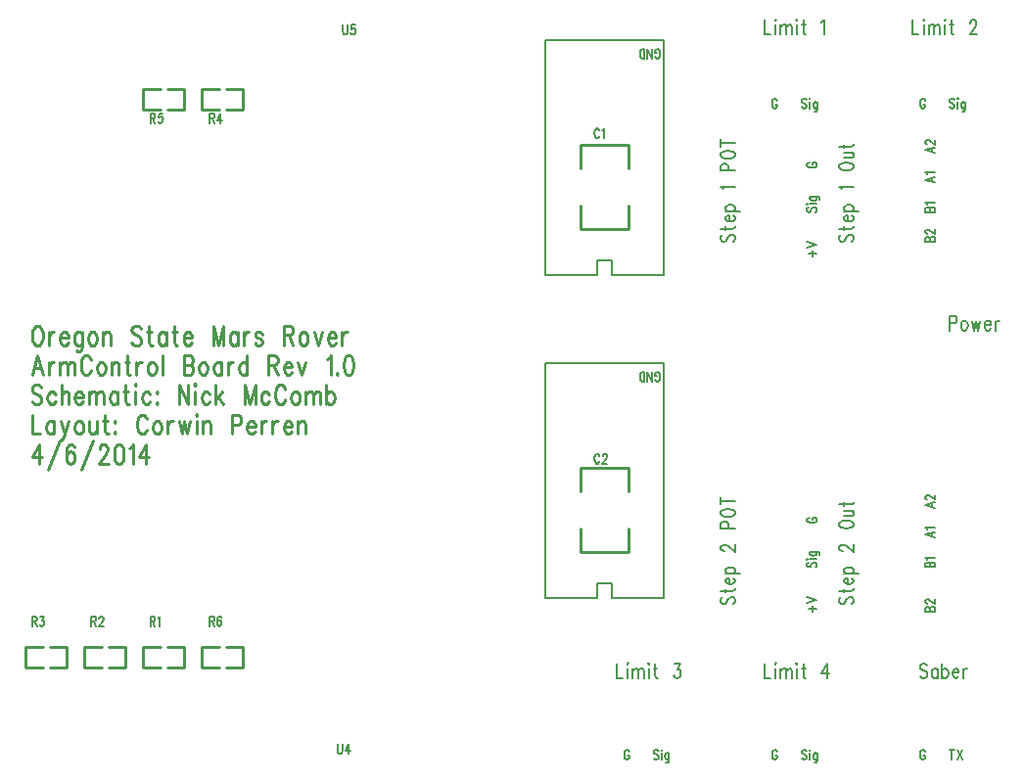
<source format=gto>
*
*
G04 PADS 9.3.1 Build Number: 456998 generated Gerber (RS-274-X) file*
G04 PC Version=2.1*
*
%IN "ArmControl.pcb"*%
*
%MOIN*%
*
%FSLAX35Y35*%
*
*
*
*
G04 PC Standard Apertures*
*
*
G04 Thermal Relief Aperture macro.*
%AMTER*
1,1,$1,0,0*
1,0,$1-$2,0,0*
21,0,$3,$4,0,0,45*
21,0,$3,$4,0,0,135*
%
*
*
G04 Annular Aperture macro.*
%AMANN*
1,1,$1,0,0*
1,0,$2,0,0*
%
*
*
G04 Odd Aperture macro.*
%AMODD*
1,1,$1,0,0*
1,0,$1-0.005,0,0*
%
*
*
G04 PC Custom Aperture Macros*
*
*
*
*
*
*
G04 PC Aperture Table*
*
%ADD010C,0.001*%
%ADD011C,0.01*%
%ADD012C,0.005*%
%ADD033C,0.006*%
%ADD040C,0.00787*%
*
*
*
*
G04 PC Circuitry*
G04 Layer Name ArmControl.pcb - circuitry*
%LPD*%
*
*
G04 PC Custom Flashes*
G04 Layer Name ArmControl.pcb - flashes*
%LPD*%
*
*
G04 PC Circuitry*
G04 Layer Name ArmControl.pcb - circuitry*
%LPD*%
*
G54D10*
G54D11*
G01X58800Y43500D02*
X53000D01*
Y36500*
X58800*
X61200Y43500D02*
X67000D01*
Y36500*
X61200*
X38800Y43500D02*
X33000D01*
Y36500*
X38800*
X41200Y43500D02*
X47000D01*
Y36500*
X41200*
X18800Y43500D02*
X13000D01*
Y36500*
X18800*
X21200Y43500D02*
X27000D01*
Y36500*
X21200*
X201750Y193750D02*
Y185700D01*
X218250*
Y193750*
X201750Y206250D02*
Y214300D01*
X218250*
Y206250*
X81200Y226500D02*
X87000D01*
Y233500*
X81200*
X78800Y226500D02*
X73000D01*
Y233500*
X78800*
X58800D02*
X53000D01*
Y226500*
X58800*
X61200Y233500D02*
X67000D01*
Y226500*
X61200*
X201750Y83750D02*
Y75700D01*
X218250*
Y83750*
X201750Y96250D02*
Y104300D01*
X218250*
Y96250*
X78800Y43500D02*
X73000D01*
Y36500*
X78800*
X81200Y43500D02*
X87000D01*
Y36500*
X81200*
X16482Y152704D02*
X16027Y152392D01*
X15573Y151767*
X15345Y151142*
X15118Y150204*
Y148642*
X15345Y147704*
X15573Y147079*
X16027Y146454*
X16482Y146142*
X17391*
X17845Y146454*
X18300Y147079*
X18527Y147704*
X18754Y148642*
Y150204*
X18527Y151142*
X18300Y151767*
X17845Y152392*
X17391Y152704*
X16482*
X20800Y150517D02*
Y146142D01*
Y148642D02*
X21027Y149579D01*
X21482Y150204*
X21936Y150517*
X22618*
X24664Y148642D02*
X27391D01*
Y149267*
X27164Y149892*
X26936Y150204*
X26482Y150517*
X25800*
X25345Y150204*
X24891Y149579*
X24664Y148642*
Y148017*
X24891Y147079*
X25345Y146454*
X25800Y146142*
X26482*
X26936Y146454*
X27391Y147079*
X32164Y150517D02*
Y145517D01*
X31936Y144579*
X31709Y144267*
X31254Y143954*
X30573*
X30118Y144267*
X32164Y149579D02*
X31709Y150204D01*
X31254Y150517*
X30573*
X30118Y150204*
X29664Y149579*
X29436Y148642*
Y148017*
X29664Y147079*
X30118Y146454*
X30573Y146142*
X31254*
X31709Y146454*
X32164Y147079*
X35345Y150517D02*
X34891Y150204D01*
X34436Y149579*
X34209Y148642*
Y148017*
X34436Y147079*
X34891Y146454*
X35345Y146142*
X36027*
X36482Y146454*
X36936Y147079*
X37164Y148017*
Y148642*
X36936Y149579*
X36482Y150204*
X36027Y150517*
X35345*
X39209D02*
Y146142D01*
Y149267D02*
X39891Y150204D01*
X40345Y150517*
X41027*
X41482Y150204*
X41709Y149267*
Y146142*
X52164Y151767D02*
X51709Y152392D01*
X51027Y152704*
X50118*
X49436Y152392*
X48982Y151767*
Y151142*
X49209Y150517*
X49436Y150204*
X49891Y149892*
X51254Y149267*
X51709Y148954*
X51936Y148642*
X52164Y148017*
Y147079*
X51709Y146454*
X51027Y146142*
X50118*
X49436Y146454*
X48982Y147079*
X54891Y152704D02*
Y147392D01*
X55118Y146454*
X55573Y146142*
X56027*
X54209Y150517D02*
X55800D01*
X60800D02*
Y146142D01*
Y149579D02*
X60345Y150204D01*
X59891Y150517*
X59209*
X58754Y150204*
X58300Y149579*
X58073Y148642*
Y148017*
X58300Y147079*
X58754Y146454*
X59209Y146142*
X59891*
X60345Y146454*
X60800Y147079*
X63527Y152704D02*
Y147392D01*
X63754Y146454*
X64209Y146142*
X64664*
X62845Y150517D02*
X64436D01*
X66709Y148642D02*
X69436D01*
Y149267*
X69209Y149892*
X68982Y150204*
X68527Y150517*
X67845*
X67391Y150204*
X66936Y149579*
X66709Y148642*
Y148017*
X66936Y147079*
X67391Y146454*
X67845Y146142*
X68527*
X68982Y146454*
X69436Y147079*
X76709Y152704D02*
Y146142D01*
Y152704D02*
X78527Y146142D01*
X80345Y152704D02*
X78527Y146142D01*
X80345Y152704D02*
Y146142D01*
X85118Y150517D02*
Y146142D01*
Y149579D02*
X84664Y150204D01*
X84209Y150517*
X83527*
X83073Y150204*
X82618Y149579*
X82391Y148642*
Y148017*
X82618Y147079*
X83073Y146454*
X83527Y146142*
X84209*
X84664Y146454*
X85118Y147079*
X87164Y150517D02*
Y146142D01*
Y148642D02*
X87391Y149579D01*
X87845Y150204*
X88300Y150517*
X88982*
X93527Y149579D02*
X93300Y150204D01*
X92618Y150517*
X91936*
X91254Y150204*
X91027Y149579*
X91254Y148954*
X91709Y148642*
X92845Y148329*
X93300Y148017*
X93527Y147392*
Y147079*
X93300Y146454*
X92618Y146142*
X91936*
X91254Y146454*
X91027Y147079*
X100800Y152704D02*
Y146142D01*
Y152704D02*
X102845D01*
X103527Y152392*
X103754Y152079*
X103982Y151454*
Y150829*
X103754Y150204*
X103527Y149892*
X102845Y149579*
X100800*
X102391D02*
X103982Y146142D01*
X107164Y150517D02*
X106709Y150204D01*
X106254Y149579*
X106027Y148642*
Y148017*
X106254Y147079*
X106709Y146454*
X107164Y146142*
X107845*
X108300Y146454*
X108754Y147079*
X108982Y148017*
Y148642*
X108754Y149579*
X108300Y150204*
X107845Y150517*
X107164*
X111027D02*
X112391Y146142D01*
X113754Y150517D02*
X112391Y146142D01*
X115800Y148642D02*
X118527D01*
Y149267*
X118300Y149892*
X118073Y150204*
X117618Y150517*
X116936*
X116482Y150204*
X116027Y149579*
X115800Y148642*
Y148017*
X116027Y147079*
X116482Y146454*
X116936Y146142*
X117618*
X118073Y146454*
X118527Y147079*
X120573Y150517D02*
Y146142D01*
Y148642D02*
X120800Y149579D01*
X121254Y150204*
X121709Y150517*
X122391*
X16936Y142625D02*
X15118Y136063D01*
X16936Y142625D02*
X18754Y136063D01*
X15800Y138250D02*
X18073D01*
X20800Y140438D02*
Y136063D01*
Y138563D02*
X21027Y139500D01*
X21482Y140125*
X21936Y140438*
X22618*
X24664D02*
Y136063D01*
Y139188D02*
X25345Y140125D01*
X25800Y140438*
X26482*
X26936Y140125*
X27164Y139188*
Y136063*
Y139188D02*
X27845Y140125D01*
X28300Y140438*
X28982*
X29436Y140125*
X29664Y139188*
Y136063*
X35118Y141063D02*
X34891Y141688D01*
X34436Y142313*
X33982Y142625*
X33073*
X32618Y142313*
X32164Y141688*
X31936Y141063*
X31709Y140125*
Y138563*
X31936Y137625*
X32164Y137000*
X32618Y136375*
X33073Y136063*
X33982*
X34436Y136375*
X34891Y137000*
X35118Y137625*
X38300Y140438D02*
X37845Y140125D01*
X37391Y139500*
X37164Y138563*
Y137938*
X37391Y137000*
X37845Y136375*
X38300Y136063*
X38982*
X39436Y136375*
X39891Y137000*
X40118Y137938*
Y138563*
X39891Y139500*
X39436Y140125*
X38982Y140438*
X38300*
X42164D02*
Y136063D01*
Y139188D02*
X42845Y140125D01*
X43300Y140438*
X43982*
X44436Y140125*
X44664Y139188*
Y136063*
X47391Y142625D02*
Y137313D01*
X47618Y136375*
X48073Y136063*
X48527*
X46709Y140438D02*
X48300D01*
X50573D02*
Y136063D01*
Y138563D02*
X50800Y139500D01*
X51254Y140125*
X51709Y140438*
X52391*
X55573D02*
X55118Y140125D01*
X54664Y139500*
X54436Y138563*
Y137938*
X54664Y137000*
X55118Y136375*
X55573Y136063*
X56254*
X56709Y136375*
X57164Y137000*
X57391Y137938*
Y138563*
X57164Y139500*
X56709Y140125*
X56254Y140438*
X55573*
X59436Y142625D02*
Y136063D01*
X66709Y142625D02*
Y136063D01*
Y142625D02*
X68754D01*
X69436Y142313*
X69664Y142000*
X69891Y141375*
Y140750*
X69664Y140125*
X69436Y139813*
X68754Y139500*
X66709D02*
X68754D01*
X69436Y139188*
X69664Y138875*
X69891Y138250*
Y137313*
X69664Y136688*
X69436Y136375*
X68754Y136063*
X66709*
X73073Y140438D02*
X72618Y140125D01*
X72164Y139500*
X71936Y138563*
Y137938*
X72164Y137000*
X72618Y136375*
X73073Y136063*
X73754*
X74209Y136375*
X74664Y137000*
X74891Y137938*
Y138563*
X74664Y139500*
X74209Y140125*
X73754Y140438*
X73073*
X79664D02*
Y136063D01*
Y139500D02*
X79209Y140125D01*
X78754Y140438*
X78073*
X77618Y140125*
X77164Y139500*
X76936Y138563*
Y137938*
X77164Y137000*
X77618Y136375*
X78073Y136063*
X78754*
X79209Y136375*
X79664Y137000*
X81709Y140438D02*
Y136063D01*
Y138563D02*
X81936Y139500D01*
X82391Y140125*
X82845Y140438*
X83527*
X88300Y142625D02*
Y136063D01*
Y139500D02*
X87845Y140125D01*
X87391Y140438*
X86709*
X86254Y140125*
X85800Y139500*
X85573Y138563*
Y137938*
X85800Y137000*
X86254Y136375*
X86709Y136063*
X87391*
X87845Y136375*
X88300Y137000*
X95573Y142625D02*
Y136063D01*
Y142625D02*
X97618D01*
X98300Y142313*
X98527Y142000*
X98754Y141375*
Y140750*
X98527Y140125*
X98300Y139813*
X97618Y139500*
X95573*
X97164D02*
X98754Y136063D01*
X100800Y138563D02*
X103527D01*
Y139188*
X103300Y139813*
X103073Y140125*
X102618Y140438*
X101936*
X101482Y140125*
X101027Y139500*
X100800Y138563*
Y137938*
X101027Y137000*
X101482Y136375*
X101936Y136063*
X102618*
X103073Y136375*
X103527Y137000*
X105573Y140438D02*
X106936Y136063D01*
X108300Y140438D02*
X106936Y136063D01*
X115573Y141375D02*
X116027Y141688D01*
X116709Y142625*
Y136063*
X118982Y136688D02*
X118754Y136375D01*
X118982Y136063*
X119209Y136375*
X118982Y136688*
X122618Y142625D02*
X121936Y142313D01*
X121482Y141375*
X121254Y139813*
Y138875*
X121482Y137313*
X121936Y136375*
X122618Y136063*
X123073*
X123754Y136375*
X124209Y137313*
X124436Y138875*
Y139813*
X124209Y141375*
X123754Y142313*
X123073Y142625*
X122618*
X18300Y131609D02*
X17845Y132234D01*
X17164Y132547*
X16254*
X15573Y132234*
X15118Y131609*
Y130984*
X15345Y130359*
X15573Y130047*
X16027Y129734*
X17391Y129109*
X17845Y128797*
X18073Y128484*
X18300Y127859*
Y126922*
X17845Y126297*
X17164Y125984*
X16254*
X15573Y126297*
X15118Y126922*
X23073Y129422D02*
X22618Y130047D01*
X22164Y130359*
X21482*
X21027Y130047*
X20573Y129422*
X20345Y128484*
Y127859*
X20573Y126922*
X21027Y126297*
X21482Y125984*
X22164*
X22618Y126297*
X23073Y126922*
X25118Y132547D02*
Y125984D01*
Y129109D02*
X25800Y130047D01*
X26254Y130359*
X26936*
X27391Y130047*
X27618Y129109*
Y125984*
X29664Y128484D02*
X32391D01*
Y129109*
X32164Y129734*
X31936Y130047*
X31482Y130359*
X30800*
X30345Y130047*
X29891Y129422*
X29664Y128484*
Y127859*
X29891Y126922*
X30345Y126297*
X30800Y125984*
X31482*
X31936Y126297*
X32391Y126922*
X34436Y130359D02*
Y125984D01*
Y129109D02*
X35118Y130047D01*
X35573Y130359*
X36254*
X36709Y130047*
X36936Y129109*
Y125984*
Y129109D02*
X37618Y130047D01*
X38073Y130359*
X38754*
X39209Y130047*
X39436Y129109*
Y125984*
X44209Y130359D02*
Y125984D01*
Y129422D02*
X43754Y130047D01*
X43300Y130359*
X42618*
X42164Y130047*
X41709Y129422*
X41482Y128484*
Y127859*
X41709Y126922*
X42164Y126297*
X42618Y125984*
X43300*
X43754Y126297*
X44209Y126922*
X46936Y132547D02*
Y127234D01*
X47164Y126297*
X47618Y125984*
X48073*
X46254Y130359D02*
X47845D01*
X50118Y132547D02*
X50345Y132234D01*
X50573Y132547*
X50345Y132859*
X50118Y132547*
X50345Y130359D02*
Y125984D01*
X55345Y129422D02*
X54891Y130047D01*
X54436Y130359*
X53754*
X53300Y130047*
X52845Y129422*
X52618Y128484*
Y127859*
X52845Y126922*
X53300Y126297*
X53754Y125984*
X54436*
X54891Y126297*
X55345Y126922*
X57618Y130359D02*
X57391Y130047D01*
X57618Y129734*
X57845Y130047*
X57618Y130359*
Y126609D02*
X57391Y126297D01*
X57618Y125984*
X57845Y126297*
X57618Y126609*
X65118Y132547D02*
Y125984D01*
Y132547D02*
X68300Y125984D01*
Y132547D02*
Y125984D01*
X70345Y132547D02*
X70573Y132234D01*
X70800Y132547*
X70573Y132859*
X70345Y132547*
X70573Y130359D02*
Y125984D01*
X75573Y129422D02*
X75118Y130047D01*
X74664Y130359*
X73982*
X73527Y130047*
X73073Y129422*
X72845Y128484*
Y127859*
X73073Y126922*
X73527Y126297*
X73982Y125984*
X74664*
X75118Y126297*
X75573Y126922*
X77618Y132547D02*
Y125984D01*
X79891Y130359D02*
X77618Y127234D01*
X78527Y128484D02*
X80118Y125984D01*
X87391Y132547D02*
Y125984D01*
Y132547D02*
X89209Y125984D01*
X91027Y132547D02*
X89209Y125984D01*
X91027Y132547D02*
Y125984D01*
X95800Y129422D02*
X95345Y130047D01*
X94891Y130359*
X94209*
X93754Y130047*
X93300Y129422*
X93073Y128484*
Y127859*
X93300Y126922*
X93754Y126297*
X94209Y125984*
X94891*
X95345Y126297*
X95800Y126922*
X101254Y130984D02*
X101027Y131609D01*
X100573Y132234*
X100118Y132547*
X99209*
X98754Y132234*
X98300Y131609*
X98073Y130984*
X97845Y130047*
Y128484*
X98073Y127547*
X98300Y126922*
X98754Y126297*
X99209Y125984*
X100118*
X100573Y126297*
X101027Y126922*
X101254Y127547*
X104436Y130359D02*
X103982Y130047D01*
X103527Y129422*
X103300Y128484*
Y127859*
X103527Y126922*
X103982Y126297*
X104436Y125984*
X105118*
X105573Y126297*
X106027Y126922*
X106254Y127859*
Y128484*
X106027Y129422*
X105573Y130047*
X105118Y130359*
X104436*
X108300D02*
Y125984D01*
Y129109D02*
X108982Y130047D01*
X109436Y130359*
X110118*
X110573Y130047*
X110800Y129109*
Y125984*
Y129109D02*
X111482Y130047D01*
X111936Y130359*
X112618*
X113073Y130047*
X113300Y129109*
Y125984*
X115345Y132547D02*
Y125984D01*
Y129422D02*
X115800Y130047D01*
X116254Y130359*
X116936*
X117391Y130047*
X117845Y129422*
X118073Y128484*
Y127859*
X117845Y126922*
X117391Y126297*
X116936Y125984*
X116254*
X115800Y126297*
X115345Y126922*
X15118Y122468D02*
Y115906D01*
X17845*
X22618Y120281D02*
Y115906D01*
Y119343D02*
X22164Y119968D01*
X21709Y120281*
X21027*
X20573Y119968*
X20118Y119343*
X19891Y118406*
Y117781*
X20118Y116843*
X20573Y116218*
X21027Y115906*
X21709*
X22164Y116218*
X22618Y116843*
X24891Y120281D02*
X26254Y115906D01*
X27618Y120281D02*
X26254Y115906D01*
X25800Y114656*
X25345Y114031*
X24891Y113718*
X24664*
X30800Y120281D02*
X30345Y119968D01*
X29891Y119343*
X29664Y118406*
Y117781*
X29891Y116843*
X30345Y116218*
X30800Y115906*
X31482*
X31936Y116218*
X32391Y116843*
X32618Y117781*
Y118406*
X32391Y119343*
X31936Y119968*
X31482Y120281*
X30800*
X34664D02*
Y117156D01*
X34891Y116218*
X35345Y115906*
X36027*
X36482Y116218*
X37164Y117156*
Y120281D02*
Y115906D01*
X39891Y122468D02*
Y117156D01*
X40118Y116218*
X40573Y115906*
X41027*
X39209Y120281D02*
X40800D01*
X43300D02*
X43073Y119968D01*
X43300Y119656*
X43527Y119968*
X43300Y120281*
Y116531D02*
X43073Y116218D01*
X43300Y115906*
X43527Y116218*
X43300Y116531*
X54209Y120906D02*
X53982Y121531D01*
X53527Y122156*
X53073Y122468*
X52164*
X51709Y122156*
X51254Y121531*
X51027Y120906*
X50800Y119968*
Y118406*
X51027Y117468*
X51254Y116843*
X51709Y116218*
X52164Y115906*
X53073*
X53527Y116218*
X53982Y116843*
X54209Y117468*
X57391Y120281D02*
X56936Y119968D01*
X56482Y119343*
X56254Y118406*
Y117781*
X56482Y116843*
X56936Y116218*
X57391Y115906*
X58073*
X58527Y116218*
X58982Y116843*
X59209Y117781*
Y118406*
X58982Y119343*
X58527Y119968*
X58073Y120281*
X57391*
X61254D02*
Y115906D01*
Y118406D02*
X61482Y119343D01*
X61936Y119968*
X62391Y120281*
X63073*
X65118D02*
X66027Y115906D01*
X66936Y120281D02*
X66027Y115906D01*
X66936Y120281D02*
X67845Y115906D01*
X68754Y120281D02*
X67845Y115906D01*
X70800Y122468D02*
X71027Y122156D01*
X71254Y122468*
X71027Y122781*
X70800Y122468*
X71027Y120281D02*
Y115906D01*
X73300Y120281D02*
Y115906D01*
Y119031D02*
X73982Y119968D01*
X74436Y120281*
X75118*
X75573Y119968*
X75800Y119031*
Y115906*
X83073Y122468D02*
Y115906D01*
Y122468D02*
X85118D01*
X85800Y122156*
X86027Y121843*
X86254Y121218*
Y120281*
X86027Y119656*
X85800Y119343*
X85118Y119031*
X83073*
X88300Y118406D02*
X91027D01*
Y119031*
X90800Y119656*
X90573Y119968*
X90118Y120281*
X89436*
X88982Y119968*
X88527Y119343*
X88300Y118406*
Y117781*
X88527Y116843*
X88982Y116218*
X89436Y115906*
X90118*
X90573Y116218*
X91027Y116843*
X93073Y120281D02*
Y115906D01*
Y118406D02*
X93300Y119343D01*
X93754Y119968*
X94209Y120281*
X94891*
X96936D02*
Y115906D01*
Y118406D02*
X97164Y119343D01*
X97618Y119968*
X98073Y120281*
X98754*
X100800Y118406D02*
X103527D01*
Y119031*
X103300Y119656*
X103073Y119968*
X102618Y120281*
X101936*
X101482Y119968*
X101027Y119343*
X100800Y118406*
Y117781*
X101027Y116843*
X101482Y116218*
X101936Y115906*
X102618*
X103073Y116218*
X103527Y116843*
X105573Y120281D02*
Y115906D01*
Y119031D02*
X106254Y119968D01*
X106709Y120281*
X107391*
X107845Y119968*
X108073Y119031*
Y115906*
X17391Y112389D02*
X15118Y108014D01*
X18527*
X17391Y112389D02*
Y105827D01*
X24664Y113639D02*
X20573Y103639D01*
X29436Y111452D02*
X29209Y112077D01*
X28527Y112389*
X28073*
X27391Y112077*
X26936Y111139*
X26709Y109577*
Y108014*
X26936Y106764*
X27391Y106139*
X28073Y105827*
X28300*
X28982Y106139*
X29436Y106764*
X29664Y107702*
Y108014*
X29436Y108952*
X28982Y109577*
X28300Y109889*
X28073*
X27391Y109577*
X26936Y108952*
X26709Y108014*
X35800Y113639D02*
X31709Y103639D01*
X38073Y110827D02*
Y111139D01*
X38300Y111764*
X38527Y112077*
X38982Y112389*
X39891*
X40345Y112077*
X40573Y111764*
X40800Y111139*
Y110514*
X40573Y109889*
X40118Y108952*
X37845Y105827*
X41027*
X44436Y112389D02*
X43754Y112077D01*
X43300Y111139*
X43073Y109577*
Y108639*
X43300Y107077*
X43754Y106139*
X44436Y105827*
X44891*
X45573Y106139*
X46027Y107077*
X46254Y108639*
Y109577*
X46027Y111139*
X45573Y112077*
X44891Y112389*
X44436*
X48300Y111139D02*
X48754Y111452D01*
X49436Y112389*
Y105827*
X53754Y112389D02*
X51482Y108014D01*
X54891*
X53754Y112389D02*
Y105827D01*
G54D12*
X227295Y244500D02*
X227409Y244187D01*
X227409D02*
X227636Y243875D01*
X227864Y243719*
X228318*
X228545Y243875*
X228773Y244187*
X228773D02*
X228886Y244500D01*
X229000Y244969*
Y245750*
X228886Y246219*
X228773Y246531*
X228545Y246844*
X228318Y247000*
X227864*
X227636Y246844*
X227409Y246531*
X227295Y246219*
Y245750*
X227864D02*
X227295D01*
X226273Y243719D02*
Y247000D01*
Y243719D02*
X224682Y247000D01*
Y243719D02*
Y247000D01*
X223659Y243719D02*
Y247000D01*
Y243719D02*
X222864D01*
X222523Y243875*
X222295Y244187*
X222295D02*
X222182Y244500D01*
X222068Y244969*
Y245750*
X222182Y246219*
X222295Y246531*
X222523Y246844*
X222864Y247000*
X223659*
X227295Y134500D02*
X227409Y134187D01*
X227409D02*
X227636Y133875D01*
X227864Y133719*
X228318*
X228545Y133875*
X228773Y134187*
X228773D02*
X228886Y134500D01*
X229000Y134969*
Y135750*
X228886Y136219*
X228773Y136531*
X228545Y136844*
X228318Y137000*
X227864*
X227636Y136844*
X227409Y136531*
X227295Y136219*
Y135750*
X227864D02*
X227295D01*
X226273Y133719D02*
Y137000D01*
Y133719D02*
X224682Y137000D01*
Y133719D02*
Y137000D01*
X223659Y133719D02*
Y137000D01*
Y133719D02*
X222864D01*
X222523Y133875*
X222295Y134187*
X222295D02*
X222182Y134500D01*
X222068Y134969*
Y135750*
X222182Y136219*
X222295Y136531*
X222523Y136844*
X222864Y137000*
X223659*
X119130Y10277D02*
Y7934D01*
X119244Y7465*
X119471Y7152*
X119812Y6996*
X120039*
X120380Y7152*
X120607Y7465*
X120721Y7934*
Y10277*
X122880D02*
X121744Y8090D01*
X123448*
X122880Y10277D02*
Y6996D01*
X120945Y255250D02*
Y252906D01*
X121059Y252437*
X121286Y252125*
X121627Y251969*
X121854*
X122195Y252125*
X122422Y252437*
X122536Y252906*
Y255250*
X125036D02*
X123899D01*
X123786Y253844*
X123899Y254000*
X124240Y254156*
X124581*
X124922Y254000*
X125149Y253687*
X125263Y253219*
X125149Y252906*
X125036Y252437*
X124809Y252125*
X124468Y251969*
X124127*
X123786Y252125*
X123672Y252281*
X123559Y252594*
X55433Y53675D02*
Y50394D01*
Y53675D02*
X56456D01*
X56797Y53519*
X56910Y53362*
X57024Y53050*
Y52737*
X56910Y52425*
X56797Y52269*
X56456Y52112*
X55433*
X56229D02*
X57024Y50394D01*
X58047Y53050D02*
X58274Y53206D01*
X58615Y53675*
Y50394*
X35276Y53675D02*
Y50394D01*
Y53675D02*
X36298D01*
X36639Y53519*
X36753Y53362*
X36866Y53050*
X36866D02*
Y52737D01*
X36866D02*
X36753Y52425D01*
X36639Y52269*
X36298Y52112*
X35276*
X36071D02*
X36866Y50394D01*
X38003Y52894D02*
Y53050D01*
X38116Y53362*
X38116D02*
X38230Y53519D01*
X38457Y53675*
X38912*
X39139Y53519*
X39253Y53362*
X39366Y53050*
X39366D02*
Y52737D01*
X39366D02*
X39253Y52425D01*
X39026Y51956*
X37889Y50394*
X39480*
X15118Y53675D02*
Y50394D01*
Y53675D02*
X16141D01*
X16482Y53519*
X16595Y53362*
X16709Y53050*
Y52737*
X16595Y52425*
X16482Y52269*
X16141Y52112*
X15118*
X15914D02*
X16709Y50394D01*
X17959Y53675D02*
X19209D01*
X18527Y52425*
X18868*
X19095Y52269*
X19209Y52112*
X19323Y51644*
Y51331*
X19209Y50862*
X18982Y50550*
X18641Y50394*
X18300*
X17959Y50550*
X17845Y50706*
X17732Y51019*
X208319Y219193D02*
X208205Y219505D01*
X207978Y219818*
X207751Y219974*
X207296*
X207069Y219818*
X206841Y219505*
X206728Y219193*
X206614Y218724*
Y217943*
X206728Y217474*
X206841Y217162*
X207069Y216849*
X207296Y216693*
X207751*
X207978Y216849*
X208205Y217162*
X208319Y217474*
X209341Y219349D02*
X209569Y219505D01*
X209910Y219974*
Y216693*
X75591Y225014D02*
Y221732D01*
Y225014D02*
X76613D01*
X76954Y224857*
X77068Y224701*
X77181Y224389*
Y224076*
X77068Y223764*
X76954Y223607*
X76613Y223451*
X75591*
X76386D02*
X77181Y221732D01*
X79341Y225014D02*
X78204Y222826D01*
X79909*
X79341Y225014D02*
Y221732D01*
X55433Y225014D02*
Y221732D01*
Y225014D02*
X56456D01*
X56797Y224857*
X56910Y224701*
X57024Y224389*
Y224076*
X56910Y223764*
X56797Y223607*
X56456Y223451*
X55433*
X56229D02*
X57024Y221732D01*
X59524Y225014D02*
X58388D01*
X58274Y223607*
X58388Y223764*
X58729Y223920*
X59069*
X59410Y223764*
X59638Y223451*
X59751Y222982*
X59638Y222670*
X59524Y222201*
X59297Y221889*
X58956Y221732*
X58615*
X58274Y221889*
X58160Y222045*
X58047Y222357*
X208319Y108327D02*
X208205Y108639D01*
X207978Y108952*
X207751Y109108*
X207296*
X207069Y108952*
X206841Y108639*
X206728Y108327*
X206614Y107858*
Y107077*
X206728Y106608*
X206841Y106296*
X207069Y105983*
X207296Y105827*
X207751*
X207978Y105983*
X208205Y106296*
X208319Y106608*
X209455Y108327D02*
Y108483D01*
X209569Y108796*
X209682Y108952*
X209910Y109108*
X210364*
X210591Y108952*
X210705Y108796*
X210819Y108483*
Y108171*
X210705Y107858*
X210478Y107389*
X209341Y105827*
X210932*
X75591Y53675D02*
Y50394D01*
Y53675D02*
X76613D01*
X76954Y53519*
X77068Y53362*
X77181Y53050*
Y52737*
X77068Y52425*
X76954Y52269*
X76613Y52112*
X75591*
X76386D02*
X77181Y50394D01*
X79568Y53206D02*
X79454Y53519D01*
X79113Y53675*
X78886*
X78545Y53519*
X78318Y53050*
X78204Y52269*
Y51487*
X78318Y50862*
X78545Y50550*
X78886Y50394*
X79000*
X79341Y50550*
X79568Y50862*
X79681Y51331*
Y51487*
X79568Y51956*
X79341Y52269*
X79000Y52425*
X78886*
X78545Y52269*
X78318Y51956*
X78204Y51487*
X279705Y87374D02*
X279392Y87260D01*
X279080Y87033*
X278923Y86806*
Y86351*
X279080Y86124*
X279392Y85897*
X279705Y85783*
X280173Y85669*
X280955*
X281423Y85783*
X281736Y85897*
X282048Y86124*
X282205Y86351*
Y86806*
X282048Y87033*
X281736Y87260*
X281423Y87374*
X280955*
Y86806D02*
Y87374D01*
X279705Y208319D02*
X279392Y208205D01*
X279080Y207978*
X278923Y207751*
Y207296*
X279080Y207069*
X279392Y206841*
X279705Y206728*
X280173Y206614*
X280955*
X281423Y206728*
X281736Y206841*
X282048Y207069*
X282205Y207296*
Y207751*
X282048Y207978*
X281736Y208205*
X281423Y208319*
X280955*
Y207751D02*
Y208319D01*
X268791Y229272D02*
X268678Y229584D01*
X268450Y229897*
X268223Y230053*
X267768*
X267541Y229897*
X267314Y229584*
X267200Y229272*
X267087Y228803*
Y228022*
X267200Y227553*
X267314Y227240*
X267541Y226928*
X267768Y226772*
X268223*
X268450Y226928*
X268678Y227240*
X268791Y227553*
Y228022*
X268223D02*
X268791D01*
X319185Y229272D02*
X319071Y229584D01*
X318844Y229897*
X318617Y230053*
X318162*
X317935Y229897*
X317708Y229584*
X317594Y229272*
X317480Y228803*
Y228022*
X317594Y227553*
X317708Y227240*
X317935Y226928*
X318162Y226772*
X318617*
X318844Y226928*
X319071Y227240*
X319185Y227553*
Y228022*
X318617D02*
X319185D01*
X218397Y7539D02*
X218284Y7852D01*
X218057Y8164*
X217829Y8321*
X217375*
X217147Y8164*
X216920Y7852*
X216807Y7539*
X216693Y7071*
Y6289*
X216807Y5821*
X216920Y5508*
X217147Y5196*
X217375Y5039*
X217829*
X218057Y5196*
X218284Y5508*
X218397Y5821*
Y6289*
X217829D02*
X218397D01*
X268791Y7539D02*
X268678Y7852D01*
X268450Y8164*
X268223Y8321*
X267768*
X267541Y8164*
X267314Y7852*
X267200Y7539*
X267087Y7071*
Y6289*
X267200Y5821*
X267314Y5508*
X267541Y5196*
X267768Y5039*
X268223*
X268450Y5196*
X268678Y5508*
X268791Y5821*
Y6289*
X268223D02*
X268791D01*
X319185Y7539D02*
X319071Y7852D01*
X318844Y8164*
X318617Y8321*
X318162*
X317935Y8164*
X317708Y7852*
X317594Y7539*
X317480Y7071*
Y6289*
X317594Y5821*
X317708Y5508*
X317935Y5196*
X318162Y5039*
X318617*
X318844Y5196*
X319071Y5508*
X319185Y5821*
Y6289*
X318617D02*
X319185D01*
X228363Y7852D02*
X228135Y8164D01*
X227794Y8321*
X227340*
X226999Y8164*
X226772Y7852*
Y7539*
X226885Y7227*
X226999Y7071*
X227226Y6914*
X227908Y6602*
X228135Y6446*
X228249Y6289*
X228363Y5977*
Y5508*
X228135Y5196*
X227794Y5039*
X227340*
X226999Y5196*
X226772Y5508*
X229385Y8321D02*
X229499Y8164D01*
X229613Y8321*
X229499Y8477*
X229385Y8321*
X229499Y7227D02*
Y5039D01*
X231999Y7227D02*
Y4727D01*
X231885Y4258*
X231772Y4102*
X231544Y3946*
X231203*
X230976Y4102*
X231999Y6758D02*
X231772Y7071D01*
X231544Y7227*
X231203*
X230976Y7071*
X230749Y6758*
X230635Y6289*
Y5977*
X230749Y5508*
X230976Y5196*
X231203Y5039*
X231544*
X231772Y5196*
X231999Y5508*
X278756Y7852D02*
X278529Y8164D01*
X278188Y8321*
X277734*
X277393Y8164*
X277165Y7852*
Y7539*
X277279Y7227*
X277393Y7071*
X277620Y6914*
X278302Y6602*
X278529Y6446*
X278643Y6289*
X278756Y5977*
Y5508*
X278529Y5196*
X278188Y5039*
X277734*
X277393Y5196*
X277165Y5508*
X279779Y8321D02*
X279893Y8164D01*
X280006Y8321*
X279893Y8477*
X279779Y8321*
X279893Y7227D02*
Y5039D01*
X282393Y7227D02*
Y4727D01*
X282279Y4258*
X282165Y4102*
X281938Y3946*
X281597*
X281370Y4102*
X282393Y6758D02*
X282165Y7071D01*
X281938Y7227*
X281597*
X281370Y7071*
X281143Y6758*
X281029Y6289*
Y5977*
X281143Y5508*
X281370Y5196*
X281597Y5039*
X281938*
X282165Y5196*
X282393Y5508*
X328355Y8321D02*
Y5039D01*
X327559Y8321D02*
X329150D01*
X330173D02*
X331764Y5039D01*
Y8321D02*
X330173Y5039D01*
X279392Y72142D02*
X279080Y71915D01*
X278923Y71574*
Y71119*
X279080Y70778*
X279392Y70551*
X279705*
X280017Y70665*
X280173Y70778*
X280330Y71006*
X280642Y71688*
X280798Y71915*
X280955Y72028*
X281267Y72142*
X281736*
X282048Y71915*
X282205Y71574*
Y71119*
X282048Y70778*
X281736Y70551*
X278923Y73165D02*
X279080Y73278D01*
X278923Y73392*
X278767Y73278*
X278923Y73165*
X280017Y73278D02*
X282205D01*
X280017Y75778D02*
X282517D01*
X282986Y75665*
X283142Y75551*
X283298Y75324*
Y74983*
X283142Y74756*
X280486Y75778D02*
X280173Y75551D01*
X280017Y75324*
Y74983*
X280173Y74756*
X280486Y74528*
X280955Y74415*
X281267*
X281736Y74528*
X282048Y74756*
X282205Y74983*
Y75324*
X282048Y75551*
X281736Y75778*
X279392Y193087D02*
X279080Y192860D01*
X278923Y192519*
Y192064*
X279080Y191723*
X279392Y191496*
X279705*
X280017Y191610*
X280173Y191723*
X280330Y191951*
X280642Y192632*
X280798Y192860*
X280955Y192973*
X281267Y193087*
X281736*
X282048Y192860*
X282205Y192519*
Y192064*
X282048Y191723*
X281736Y191496*
X278923Y194110D02*
X279080Y194223D01*
X278923Y194337*
X278767Y194223*
X278923Y194110*
X280017Y194223D02*
X282205D01*
X280017Y196723D02*
X282517D01*
X282986Y196610*
X283142Y196496*
X283298Y196269*
Y195928*
X283142Y195701*
X280486Y196723D02*
X280173Y196496D01*
X280017Y196269*
Y195928*
X280173Y195701*
X280486Y195473*
X280955Y195360*
X281267*
X281736Y195473*
X282048Y195701*
X282205Y195928*
Y196269*
X282048Y196496*
X281736Y196723*
X278756Y229584D02*
X278529Y229897D01*
X278188Y230053*
X277734*
X277393Y229897*
X277165Y229584*
Y229272*
X277279Y228959*
X277393Y228803*
X277620Y228647*
X278302Y228334*
X278529Y228178*
X278643Y228022*
X278756Y227709*
Y227240*
X278529Y226928*
X278188Y226772*
X277734*
X277393Y226928*
X277165Y227240*
X279779Y230053D02*
X279893Y229897D01*
X280006Y230053*
X279893Y230209*
X279779Y230053*
X279893Y228959D02*
Y226772D01*
X282393Y228959D02*
Y226459D01*
X282279Y225990*
X282165Y225834*
X281938Y225678*
X281597*
X281370Y225834*
X282393Y228490D02*
X282165Y228803D01*
X281938Y228959*
X281597*
X281370Y228803*
X281143Y228490*
X281029Y228022*
Y227709*
X281143Y227240*
X281370Y226928*
X281597Y226772*
X281938*
X282165Y226928*
X282393Y227240*
X329150Y229584D02*
X328923Y229897D01*
X328582Y230053*
X328127*
X327786Y229897*
X327559Y229584*
Y229272*
X327673Y228959*
X327786Y228803*
X328014Y228647*
X328695Y228334*
X328923Y228178*
X329036Y228022*
X329150Y227709*
Y227240*
X328923Y226928*
X328582Y226772*
X328127*
X327786Y226928*
X327559Y227240*
X330173Y230053D02*
X330286Y229897D01*
X330400Y230053*
X330286Y230209*
X330173Y230053*
X330286Y228959D02*
Y226772D01*
X332786Y228959D02*
Y226459D01*
X332673Y225990*
X332559Y225834*
X332332Y225678*
X331991*
X331764Y225834*
X332786Y228490D02*
X332559Y228803D01*
X332332Y228959*
X331991*
X331764Y228803*
X331536Y228490*
X331423Y228022*
Y227709*
X331536Y227240*
X331764Y226928*
X331991Y226772*
X332332*
X332559Y226928*
X332786Y227240*
X279392Y177401D02*
X282205D01*
X280798Y176378D02*
Y178423D01*
X278923Y179446D02*
X282205Y180355D01*
X278923Y181264D02*
X282205Y180355D01*
X279392Y56456D02*
X282205D01*
X280798Y55433D02*
Y57479D01*
X278923Y58501D02*
X282205Y59410D01*
X278923Y60319D02*
X282205Y59410D01*
X319238Y55433D02*
X322520D01*
X319238D02*
Y56456D01*
X319395Y56797*
X319551Y56910*
X319863Y57024*
X320176*
X320488Y56910*
X320645Y56797*
X320801Y56456*
Y55433D02*
Y56456D01*
X320957Y56797*
X321113Y56910*
X321426Y57024*
X321895*
X322207Y56910*
X322363Y56797*
X322520Y56456*
Y55433*
X320020Y58160D02*
X319863D01*
X319551Y58274*
X319395Y58388*
X319238Y58615*
Y59069*
X319395Y59297*
X319551Y59410*
X319863Y59524*
X320176*
X320488Y59410*
X320957Y59183*
X322520Y58047*
Y59638*
X319238Y181417D02*
X322520D01*
X319238D02*
Y182440D01*
X319395Y182781*
X319551Y182895*
X319863Y183008*
X320176*
X320488Y182895*
X320645Y182781*
X320801Y182440*
Y181417D02*
Y182440D01*
X320957Y182781*
X321113Y182895*
X321426Y183008*
X321895*
X322207Y182895*
X322363Y182781*
X322520Y182440*
Y181417*
X320020Y184145D02*
X319863D01*
X319551Y184258*
X319395Y184372*
X319238Y184599*
Y185054*
X319395Y185281*
X319551Y185395*
X319863Y185508*
X320176*
X320488Y185395*
X320957Y185167*
X322520Y184031*
Y185622*
X319238Y70551D02*
X322520D01*
X319238D02*
Y71574D01*
X319395Y71915*
X319551Y72028*
X319863Y72142*
X320176*
X320488Y72028*
X320645Y71915*
X320801Y71574*
Y70551D02*
Y71574D01*
X320957Y71915*
X321113Y72028*
X321426Y72142*
X321895*
X322207Y72028*
X322363Y71915*
X322520Y71574*
Y70551*
X319863Y73165D02*
X319707Y73392D01*
X319238Y73733*
X322520*
X319238Y191496D02*
X322520D01*
X319238D02*
Y192519D01*
X319395Y192860*
X319551Y192973*
X319863Y193087*
X320176*
X320488Y192973*
X320645Y192860*
X320801Y192519*
Y191496D02*
Y192519D01*
X320957Y192860*
X321113Y192973*
X321426Y193087*
X321895*
X322207Y192973*
X322363Y192860*
X322520Y192519*
Y191496*
X319863Y194110D02*
X319707Y194337D01*
X319238Y194678*
X322520*
X319238Y81539D02*
X322520Y80630D01*
X319238Y81539D02*
X322520Y82448D01*
X321426Y80971D02*
Y82107D01*
X319863Y83471D02*
X319707Y83698D01*
X319238Y84039*
X322520*
X319238Y202484D02*
X322520Y201575D01*
X319238Y202484D02*
X322520Y203393D01*
X321426Y201916D02*
Y203052D01*
X319863Y204416D02*
X319707Y204643D01*
X319238Y204984*
X322520*
X319238Y91618D02*
X322520Y90709D01*
X319238Y91618D02*
X322520Y92527D01*
X321426Y91050D02*
Y92186D01*
X320020Y93663D02*
X319863D01*
X319551Y93777*
X319395Y93890*
X319238Y94118*
Y94572*
X319395Y94800*
X319551Y94913*
X319863Y95027*
X320176*
X320488Y94913*
X320957Y94686*
X322520Y93550*
Y95140*
X319238Y212563D02*
X322520Y211654D01*
X319238Y212563D02*
X322520Y213472D01*
X321426Y211994D02*
Y213131D01*
X320020Y214608D02*
X319863D01*
X319551Y214722*
X319395Y214835*
X319238Y215063*
Y215517*
X319395Y215744*
X319551Y215858*
X319863Y215972*
X320176*
X320488Y215858*
X320957Y215631*
X322520Y214494*
Y216085*
G54D33*
X319867Y36975D02*
X319526Y37443D01*
X319014Y37678*
X318333*
X317821Y37443*
X317480Y36975*
Y36506*
X317651Y36037*
X317821Y35803*
X318162Y35568*
X319185Y35100*
X319526Y34865*
X319696Y34631*
X319867Y34162*
Y33459*
X319526Y32990*
X319014Y32756*
X318333*
X317821Y32990*
X317480Y33459*
X323446Y36037D02*
Y32756D01*
Y35334D02*
X323105Y35803D01*
X322764Y36037*
X322253*
X321912Y35803*
X321571Y35334*
X321401Y34631*
Y34162*
X321571Y33459*
X321912Y32990*
X322253Y32756*
X322764*
X323105Y32990*
X323446Y33459*
X324980Y37678D02*
Y32756D01*
Y35334D02*
X325321Y35803D01*
X325662Y36037*
X326173*
X326514Y35803*
X326855Y35334*
X327026Y34631*
Y34162*
X326855Y33459*
X326514Y32990*
X326173Y32756*
X325662*
X325321Y32990*
X324980Y33459*
X328560Y34631D02*
X330605D01*
Y35100*
X330435Y35568*
X330264Y35803*
X329923Y36037*
X329412*
X329071Y35803*
X328730Y35334*
X328560Y34631*
Y34162*
X328730Y33459*
X329071Y32990*
X329412Y32756*
X329923*
X330264Y32990*
X330605Y33459*
X332139Y36037D02*
Y32756D01*
Y34631D02*
X332310Y35334D01*
X332651Y35803*
X332992Y36037*
X333503*
X264567Y37678D02*
Y32756D01*
X266612*
X268146Y37678D02*
X268317Y37443D01*
X268487Y37678*
X268317Y37912*
X268146Y37678*
X268317Y36037D02*
Y32756D01*
X270021Y36037D02*
Y32756D01*
Y35100D02*
X270533Y35803D01*
X270874Y36037*
X271385*
X271726Y35803*
X271896Y35100*
Y32756*
Y35100D02*
X272408Y35803D01*
X272749Y36037*
X273260*
X273601Y35803*
X273771Y35100*
Y32756*
X275306Y37678D02*
X275476Y37443D01*
X275646Y37678*
X275476Y37912*
X275306Y37678*
X275476Y36037D02*
Y32756D01*
X277692Y37678D02*
Y33693D01*
X277862Y32990*
X278203Y32756*
X278544*
X277181Y36037D02*
X278374D01*
X285703Y37678D02*
X283999Y34397D01*
X286556*
X285703Y37678D02*
Y32756D01*
X214173Y37678D02*
Y32756D01*
X216219*
X217753Y37678D02*
X217923Y37443D01*
X218094Y37678*
X217923Y37912*
X217753Y37678*
X217923Y36037D02*
Y32756D01*
X219628Y36037D02*
Y32756D01*
Y35100D02*
X220139Y35803D01*
X220480Y36037*
X220991*
X221332Y35803*
X221503Y35100*
Y32756*
Y35100D02*
X222014Y35803D01*
X222355Y36037*
X222866*
X223207Y35803*
X223378Y35100*
Y32756*
X224912Y37678D02*
X225082Y37443D01*
X225253Y37678*
X225082Y37912*
X224912Y37678*
X225082Y36037D02*
Y32756D01*
X227298Y37678D02*
Y33693D01*
X227469Y32990*
X227810Y32756*
X228151*
X226787Y36037D02*
X227980D01*
X233946Y37678D02*
X235821D01*
X234798Y35803*
X235310*
X235651Y35568*
X235651D02*
X235821Y35334D01*
X235991Y34631*
Y34162*
X235821Y33459*
X235480Y32990*
X234969Y32756*
X234457*
X233946Y32990*
X233776Y33225*
X233776D02*
X233605Y33693D01*
X327559Y156103D02*
Y151181D01*
Y156103D02*
X329093D01*
X329605Y155869*
X329775Y155634*
X329945Y155165*
Y154462*
X329775Y153994*
X329605Y153759*
X329093Y153525*
X327559*
X332332Y154462D02*
X331991Y154228D01*
X331650Y153759*
X331480Y153056*
Y152587*
X331650Y151884*
X331991Y151415*
X332332Y151181*
X332843*
X333184Y151415*
X333525Y151884*
X333695Y152587*
Y153056*
X333525Y153759*
X333184Y154228*
X332843Y154462*
X332332*
X335230D02*
X335911Y151181D01*
X336593Y154462D02*
X335911Y151181D01*
X336593Y154462D02*
X337275Y151181D01*
X337957Y154462D02*
X337275Y151181D01*
X339491Y153056D02*
X341536D01*
Y153525*
X341366Y153994*
X341195Y154228*
X340855Y154462*
X340343*
X340002Y154228*
X339661Y153759*
X339491Y153056*
Y152587*
X339661Y151884*
X340002Y151415*
X340343Y151181*
X340855*
X341195Y151415*
X341536Y151884*
X343070Y154462D02*
Y151181D01*
Y153056D02*
X343241Y153759D01*
X343582Y154228*
X343923Y154462*
X344434*
X290584Y183804D02*
X290116Y183463D01*
X289881Y182951*
Y182270*
X290116Y181758*
X290584Y181417*
X291053*
X291522Y181588*
X291756Y181758*
X291991Y182099*
X292459Y183122*
X292694Y183463*
X292928Y183633*
X293397Y183804*
X294100*
X294569Y183463*
X294803Y182951*
Y182270*
X294569Y181758*
X294100Y181417*
X289881Y185849D02*
X293866D01*
X294569Y186020*
X294803Y186361*
Y186701*
X291522Y185338D02*
Y186531D01*
X292928Y188236D02*
Y190281D01*
X292459*
X291991Y190111*
X291756Y189940*
X291522Y189599*
Y189088*
X291756Y188747*
X292225Y188406*
X292928Y188236*
X293397*
X294100Y188406*
X294569Y188747*
X294803Y189088*
Y189599*
X294569Y189940*
X294100Y190281*
X291522Y191815D02*
X296444D01*
X292225D02*
X291756Y192156D01*
X291522Y192497*
Y193008*
X291756Y193349*
X292225Y193690*
X292928Y193861*
X293397*
X294100Y193690*
X294569Y193349*
X294803Y193008*
Y192497*
X294569Y192156*
X294100Y191815*
X290819Y199315D02*
X290584Y199656D01*
X289881Y200167*
X294803*
X289881Y206645D02*
X290116Y206304D01*
X290584Y205963*
X291053Y205792*
X291756Y205622*
X292928*
X293631Y205792*
X294100Y205963*
X294569Y206304*
X294803Y206645*
Y207326*
X294569Y207667*
X294100Y208008*
X293631Y208179*
X292928Y208349*
X291756*
X291053Y208179*
X290584Y208008*
X290116Y207667*
X289881Y207326*
Y206645*
X291522Y209883D02*
X293866D01*
X294569Y210054*
X294803Y210395*
Y210906*
X294569Y211247*
X293866Y211758*
X291522D02*
X294803D01*
X289881Y213804D02*
X293866D01*
X294569Y213974*
X294803Y214315*
Y214656*
X291522Y213292D02*
Y214486D01*
X290584Y60339D02*
X290116Y59998D01*
X289881Y59487*
Y58805*
X290116Y58294*
X290584Y57953*
X291053*
X291522Y58123*
X291756Y58294*
X291991Y58635*
X292459Y59657*
X292694Y59998*
X292928Y60169*
X293397Y60339*
X294100*
X294569Y59998*
X294803Y59487*
Y58805*
X294569Y58294*
X294100Y57953*
X289881Y62385D02*
X293866D01*
X294569Y62555*
X294803Y62896*
Y63237*
X291522Y61873D02*
Y63066D01*
X292928Y64771D02*
Y66816D01*
X292459*
X291991Y66646*
X291756Y66475*
X291522Y66135*
Y65623*
X291756Y65282*
X292225Y64941*
X292928Y64771*
X293397*
X294100Y64941*
X294569Y65282*
X294803Y65623*
Y66135*
X294569Y66475*
X294100Y66816*
X291522Y68350D02*
X296444D01*
X292225D02*
X291756Y68691D01*
X291522Y69032*
Y69544*
X291756Y69885*
X292225Y70225*
X292928Y70396*
X293397*
X294100Y70225*
X294569Y69885*
X294803Y69544*
Y69032*
X294569Y68691*
X294100Y68350*
X291053Y76021D02*
X290819D01*
X290350Y76191*
X290116Y76362*
X289881Y76703*
Y77385*
X290116Y77725*
X290350Y77896*
X290819Y78066*
X291288*
X291756Y77896*
X292459Y77555*
X294803Y75850*
Y78237*
X289881Y84714D02*
X290116Y84373D01*
X290584Y84032*
X291053Y83862*
X291756Y83691*
X292928*
X293631Y83862*
X294100Y84032*
X294569Y84373*
X294803Y84714*
Y85396*
X294569Y85737*
X294100Y86078*
X293631Y86248*
X292928Y86419*
X291756*
X291053Y86248*
X290584Y86078*
X290116Y85737*
X289881Y85396*
Y84714*
X291522Y87953D02*
X293866D01*
X294569Y88123*
X294803Y88464*
Y88975*
X294569Y89316*
X293866Y89828*
X291522D02*
X294803D01*
X289881Y91873D02*
X293866D01*
X294569Y92044*
X294803Y92385*
Y92725*
X291522Y91362D02*
Y92555D01*
X250269Y60339D02*
X249801Y59998D01*
X249566Y59487*
Y58805*
X249801Y58294*
X250269Y57953*
X250738*
X251207Y58123*
X251441Y58294*
X251676Y58635*
X252144Y59657*
X252379Y59998*
X252613Y60169*
X253082Y60339*
X253785*
X254254Y59998*
X254488Y59487*
Y58805*
X254254Y58294*
X253785Y57953*
X249566Y62385D02*
X253551D01*
X254254Y62555*
X254488Y62896*
Y63237*
X251207Y61873D02*
Y63066D01*
X252613Y64771D02*
Y66816D01*
X252144*
X251676Y66646*
X251441Y66475*
X251207Y66135*
Y65623*
X251441Y65282*
X251910Y64941*
X252613Y64771*
X253082*
X253785Y64941*
X254254Y65282*
X254488Y65623*
Y66135*
X254254Y66475*
X253785Y66816*
X251207Y68350D02*
X256129D01*
X251910D02*
X251441Y68691D01*
X251207Y69032*
Y69544*
X251441Y69885*
X251910Y70225*
X252613Y70396*
X253082*
X253785Y70225*
X254254Y69885*
X254488Y69544*
Y69032*
X254254Y68691*
X253785Y68350*
X250738Y76021D02*
X250504D01*
X250035Y76191*
X249801Y76362*
X249566Y76703*
Y77385*
X249801Y77725*
X250035Y77896*
X250504Y78066*
X250973*
X251441Y77896*
X252144Y77555*
X254488Y75850*
Y78237*
X249566Y83691D02*
X254488D01*
X249566D02*
Y85225D01*
X249801Y85737*
X250035Y85907*
X250504Y86078*
X251207*
X251676Y85907*
X251910Y85737*
X252144Y85225*
Y83691*
X249566Y88635D02*
X249801Y88294D01*
X250269Y87953*
X250738Y87782*
X251441Y87612*
X252613*
X253316Y87782*
X253785Y87953*
X254254Y88294*
X254488Y88635*
Y89316*
X254254Y89657*
X253785Y89998*
X253316Y90169*
X252613Y90339*
X251441*
X250738Y90169*
X250269Y89998*
X249801Y89657*
X249566Y89316*
Y88635*
Y93066D02*
X254488D01*
X249566Y91873D02*
Y94260D01*
X250269Y183804D02*
X249801Y183463D01*
X249566Y182951*
Y182270*
X249801Y181758*
X250269Y181417*
X250738*
X251207Y181588*
X251441Y181758*
X251676Y182099*
X252144Y183122*
X252379Y183463*
X252613Y183633*
X253082Y183804*
X253785*
X254254Y183463*
X254488Y182951*
Y182270*
X254254Y181758*
X253785Y181417*
X249566Y185849D02*
X253551D01*
X254254Y186020*
X254488Y186361*
Y186701*
X251207Y185338D02*
Y186531D01*
X252613Y188236D02*
Y190281D01*
X252144*
X251676Y190111*
X251441Y189940*
X251207Y189599*
Y189088*
X251441Y188747*
X251910Y188406*
X252613Y188236*
X253082*
X253785Y188406*
X254254Y188747*
X254488Y189088*
Y189599*
X254254Y189940*
X253785Y190281*
X251207Y191815D02*
X256129D01*
X251910D02*
X251441Y192156D01*
X251207Y192497*
Y193008*
X251441Y193349*
X251910Y193690*
X252613Y193861*
X253082*
X253785Y193690*
X254254Y193349*
X254488Y193008*
Y192497*
X254254Y192156*
X253785Y191815*
X250504Y199315D02*
X250269Y199656D01*
X249566Y200167*
X254488*
X249566Y205622D02*
X254488D01*
X249566D02*
Y207156D01*
X249801Y207667*
X250035Y207838*
X250504Y208008*
X251207*
X251676Y207838*
X251910Y207667*
X252144Y207156*
Y205622*
X249566Y210565D02*
X249801Y210224D01*
X250269Y209883*
X250738Y209713*
X251441Y209542*
X252613*
X253316Y209713*
X253785Y209883*
X254254Y210224*
X254488Y210565*
Y211247*
X254254Y211588*
X253785Y211929*
X253316Y212099*
X252613Y212270*
X251441*
X250738Y212099*
X250269Y211929*
X249801Y211588*
X249566Y211247*
Y210565*
Y214997D02*
X254488D01*
X249566Y213804D02*
Y216190D01*
X264567Y256890D02*
Y251969D01*
X266612*
X268146Y256890D02*
X268317Y256656D01*
X268487Y256890*
X268317Y257125*
X268146Y256890*
X268317Y255250D02*
Y251969D01*
X270021Y255250D02*
Y251969D01*
Y254312D02*
X270533Y255015D01*
X270874Y255250*
X271385*
X271726Y255015*
X271896Y254312*
Y251969*
Y254312D02*
X272408Y255015D01*
X272749Y255250*
X273260*
X273601Y255015*
X273771Y254312*
Y251969*
X275306Y256890D02*
X275476Y256656D01*
X275646Y256890*
X275476Y257125*
X275306Y256890*
X275476Y255250D02*
Y251969D01*
X277692Y256890D02*
Y252906D01*
X277862Y252203*
X278203Y251969*
X278544*
X277181Y255250D02*
X278374D01*
X283999Y255953D02*
X284340Y256187D01*
X284851Y256890*
Y251969*
X314961Y256890D02*
Y251969D01*
X317006*
X318540Y256890D02*
X318711Y256656D01*
X318881Y256890*
X318711Y257125*
X318540Y256890*
X318711Y255250D02*
Y251969D01*
X320415Y255250D02*
Y251969D01*
Y254312D02*
X320927Y255015D01*
X321267Y255250*
X321779*
X322120Y255015*
X322290Y254312*
Y251969*
Y254312D02*
X322802Y255015D01*
X323142Y255250*
X323654*
X323995Y255015*
X324165Y254312*
Y251969*
X325699Y256890D02*
X325870Y256656D01*
X326040Y256890*
X325870Y257125*
X325699Y256890*
X325870Y255250D02*
Y251969D01*
X328086Y256890D02*
Y252906D01*
X328256Y252203*
X328597Y251969*
X328938*
X327574Y255250D02*
X328767D01*
X334563Y255719D02*
Y255953D01*
X334733Y256422*
X334904Y256656*
X335245Y256890*
X335927*
X336267Y256656*
X336438Y256422*
X336608Y255953*
Y255484*
X336438Y255015*
X336097Y254312*
X334392Y251969*
X336779*
G54D40*
X230307Y170000D02*
X212538D01*
Y175000*
X207462*
Y170000*
X189693*
Y250000*
X230307*
Y170000*
Y60000D02*
X212538D01*
Y65000*
X207462*
Y60000*
X189693*
Y140000*
X230307*
Y60000*
X0Y0D02*
M02*

</source>
